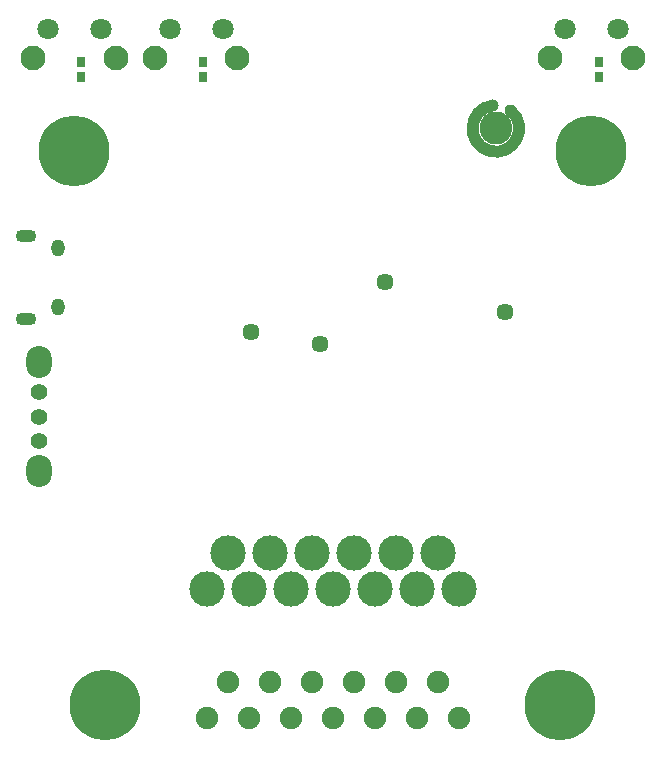
<source format=gbr>
G04 DipTrace 3.3.1.3*
G04 TopMask.gbr*
%MOMM*%
G04 #@! TF.FileFunction,Soldermask,Top*
G04 #@! TF.Part,Single*
%ADD18C,0.63497*%
%ADD21R,0.7X0.9*%
%ADD46C,1.9*%
%ADD47C,1.0*%
%ADD48O,2.76792X2.79927*%
%ADD71C,6.0*%
%ADD94C,1.45*%
%ADD96C,1.4*%
%ADD98O,2.2X2.7*%
%ADD100C,0.9*%
%ADD102C,2.2*%
%ADD104C,2.1*%
%ADD105C,1.8*%
%ADD122C,3.0*%
%ADD126O,1.75X1.1*%
%ADD128O,1.15X1.45*%
%FSLAX35Y35*%
G04*
G71*
G90*
G75*
G01*
G04 TopMask*
%LPD*%
D21*
X1603257Y6857880D3*
Y6987880D3*
X2635133Y6857883D3*
Y6987883D3*
X5984757Y6857880D3*
Y6987880D3*
D71*
X5921257Y6238757D3*
X1539757D3*
X5658507Y1548757D3*
X1802507D3*
D46*
X2662507Y1434880D3*
X2840507Y1739880D3*
X3018507Y1434880D3*
X3196507Y1739880D3*
X3374507Y1434880D3*
X3552507Y1739880D3*
X3730507Y1434880D3*
X3908507Y1739880D3*
X4086507Y1434880D3*
X4264507Y1739880D3*
X4442507Y1434880D3*
X4620507Y1739880D3*
X4798507Y1434880D3*
D128*
X1404713Y4913883D3*
Y5413883D3*
D126*
X1134713Y4813883D3*
Y5513883D3*
D122*
X4798507Y2530257D3*
X4620507Y2835257D3*
X4442507Y2530257D3*
X4264507Y2835257D3*
X4086507Y2530257D3*
X3908507Y2835257D3*
X3730507Y2530257D3*
X3552507Y2835257D3*
X3374507Y2530257D3*
X3196507Y2835257D3*
X3018507Y2530257D3*
X2840507Y2835257D3*
X2662507Y2530257D3*
D105*
X2349380Y7270630D3*
X2799380D3*
D104*
X2224380Y7020630D3*
X2924380D3*
D105*
X5699007Y7272047D3*
X6149007D3*
D104*
X5574007Y7022047D3*
X6274007D3*
X5085696Y6621032D2*
D47*
G03X5236518Y6578168I26017J-195230D01*
G01*
D48*
X5109693Y6426120D3*
D102*
X5113810Y6428167D3*
D100*
X4918663Y6427733D3*
X5306917Y6428617D3*
D105*
X1317507Y7270657D3*
X1767507D3*
D104*
X1192507Y7020657D3*
X1892507D3*
D98*
X1242710Y4444687D3*
D96*
Y4190663D3*
Y3984313D3*
Y3777937D3*
D98*
Y3523913D3*
D94*
X4175007Y5127507D3*
X3619727Y4598053D3*
X5191007Y4873507D3*
X3042083Y4703857D3*
D18*
X5175132Y6476882D3*
M02*

</source>
